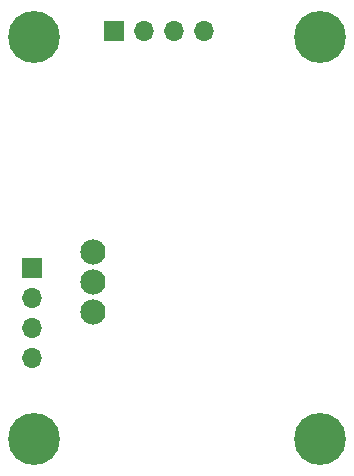
<source format=gbr>
%TF.GenerationSoftware,KiCad,Pcbnew,8.0.7*%
%TF.CreationDate,2025-03-30T15:33:26+02:00*%
%TF.ProjectId,StrainGauge,53747261-696e-4476-9175-67652e6b6963,rev?*%
%TF.SameCoordinates,Original*%
%TF.FileFunction,Soldermask,Bot*%
%TF.FilePolarity,Negative*%
%FSLAX46Y46*%
G04 Gerber Fmt 4.6, Leading zero omitted, Abs format (unit mm)*
G04 Created by KiCad (PCBNEW 8.0.7) date 2025-03-30 15:33:26*
%MOMM*%
%LPD*%
G01*
G04 APERTURE LIST*
%ADD10C,0.700000*%
%ADD11C,4.400000*%
%ADD12R,1.700000X1.700000*%
%ADD13O,1.700000X1.700000*%
%ADD14C,2.133600*%
G04 APERTURE END LIST*
D10*
%TO.C,H3*%
X153516726Y-129000000D03*
X154000000Y-127833274D03*
X154000000Y-130166726D03*
X155166726Y-127350000D03*
D11*
X155166726Y-129000000D03*
D10*
X155166726Y-130650000D03*
X156333452Y-127833274D03*
X156333452Y-130166726D03*
X156816726Y-129000000D03*
%TD*%
D12*
%TO.C,J3*%
X130825000Y-114580000D03*
D13*
X130825000Y-117120000D03*
X130825000Y-119660000D03*
X130825000Y-122200000D03*
%TD*%
D10*
%TO.C,H1*%
X129350000Y-95000000D03*
X129833274Y-93833274D03*
X129833274Y-96166726D03*
X131000000Y-93350000D03*
D11*
X131000000Y-95000000D03*
D10*
X131000000Y-96650000D03*
X132166726Y-93833274D03*
X132166726Y-96166726D03*
X132650000Y-95000000D03*
%TD*%
D14*
%TO.C,RV1*%
X136000000Y-118290000D03*
X136000000Y-115750000D03*
X136000000Y-113210001D03*
%TD*%
D10*
%TO.C,H4*%
X129350000Y-129000000D03*
X129833274Y-127833274D03*
X129833274Y-130166726D03*
X131000000Y-127350000D03*
D11*
X131000000Y-129000000D03*
D10*
X131000000Y-130650000D03*
X132166726Y-127833274D03*
X132166726Y-130166726D03*
X132650000Y-129000000D03*
%TD*%
%TO.C,H2*%
X153516726Y-95000000D03*
X154000000Y-93833274D03*
X154000000Y-96166726D03*
X155166726Y-93350000D03*
D11*
X155166726Y-95000000D03*
D10*
X155166726Y-96650000D03*
X156333452Y-93833274D03*
X156333452Y-96166726D03*
X156816726Y-95000000D03*
%TD*%
D12*
%TO.C,J1*%
X137700000Y-94500000D03*
D13*
X140240000Y-94500000D03*
X142779999Y-94500000D03*
X145320000Y-94500000D03*
%TD*%
M02*

</source>
